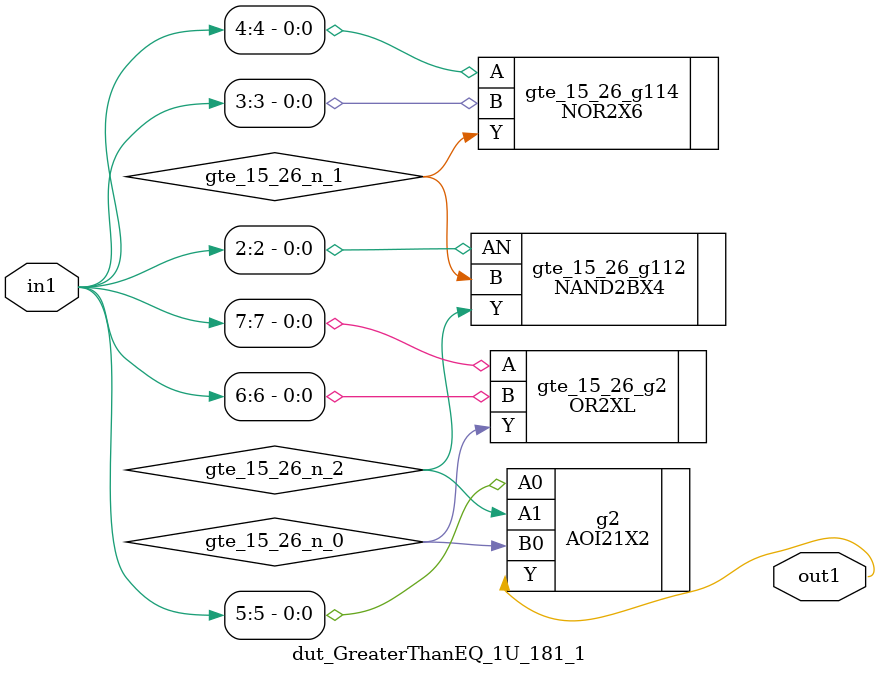
<source format=v>
`timescale 1ps / 1ps


module dut_GreaterThanEQ_1U_181_1(in1, out1);
  input [7:0] in1;
  output out1;
  wire [7:0] in1;
  wire out1;
  wire gte_15_26_n_0, gte_15_26_n_1, gte_15_26_n_2;
  NAND2BX4 gte_15_26_g112(.AN (in1[2]), .B (gte_15_26_n_1), .Y
       (gte_15_26_n_2));
  NOR2X6 gte_15_26_g114(.A (in1[4]), .B (in1[3]), .Y (gte_15_26_n_1));
  OR2XL gte_15_26_g2(.A (in1[7]), .B (in1[6]), .Y (gte_15_26_n_0));
  AOI21X2 g2(.A0 (in1[5]), .A1 (gte_15_26_n_2), .B0 (gte_15_26_n_0), .Y
       (out1));
endmodule



</source>
